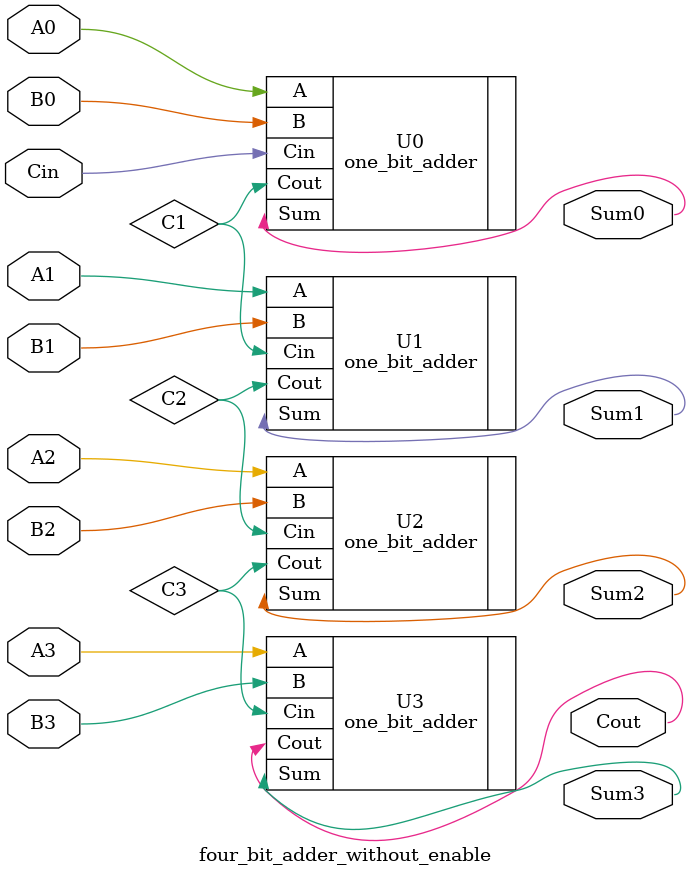
<source format=v>
`timescale 1ns / 1ps



module four_bit_adder_without_enable(
        input A3, A2, A1, A0,       
        input B3, B2, B1, B0,      
        input Cin,                                   
        output Sum3, Sum2, Sum1, Sum0,  
        output Cout 
    );
     wire C1, C2, C3;
    
    one_bit_adder U0 (
        .A(A0),
        .B(B0),
        .Cin(Cin),
        .Sum(Sum0),
        .Cout(C1)
    );

    one_bit_adder U1 (
        .A(A1),
        .B(B1),
        .Cin(C1),
        .Sum(Sum1),
        .Cout(C2)
    );

    one_bit_adder U2 (
        .A(A2),
        .B(B2),
        .Cin(C2),
        .Sum(Sum2),
        .Cout(C3)
    );

    one_bit_adder U3 (
        .A(A3),
        .B(B3),
        .Cin(C3),
        .Sum(Sum3),
        .Cout(Cout)
    );
endmodule

</source>
